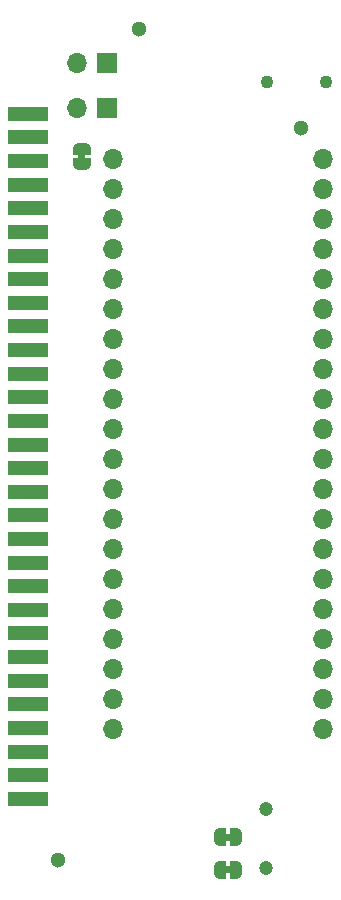
<source format=gbr>
%TF.GenerationSoftware,KiCad,Pcbnew,7.0.7*%
%TF.CreationDate,2023-08-23T23:10:22-06:00*%
%TF.ProjectId,PicoGUS Hand386,5069636f-4755-4532-9048-616e64333836,rev?*%
%TF.SameCoordinates,Original*%
%TF.FileFunction,Soldermask,Bot*%
%TF.FilePolarity,Negative*%
%FSLAX46Y46*%
G04 Gerber Fmt 4.6, Leading zero omitted, Abs format (unit mm)*
G04 Created by KiCad (PCBNEW 7.0.7) date 2023-08-23 23:10:22*
%MOMM*%
%LPD*%
G01*
G04 APERTURE LIST*
G04 Aperture macros list*
%AMFreePoly0*
4,1,19,0.500000,-0.750000,0.000000,-0.750000,0.000000,-0.744911,-0.071157,-0.744911,-0.207708,-0.704816,-0.327430,-0.627875,-0.420627,-0.520320,-0.479746,-0.390866,-0.500000,-0.250000,-0.500000,0.250000,-0.479746,0.390866,-0.420627,0.520320,-0.327430,0.627875,-0.207708,0.704816,-0.071157,0.744911,0.000000,0.744911,0.000000,0.750000,0.500000,0.750000,0.500000,-0.750000,0.500000,-0.750000,
$1*%
%AMFreePoly1*
4,1,19,0.000000,0.744911,0.071157,0.744911,0.207708,0.704816,0.327430,0.627875,0.420627,0.520320,0.479746,0.390866,0.500000,0.250000,0.500000,-0.250000,0.479746,-0.390866,0.420627,-0.520320,0.327430,-0.627875,0.207708,-0.704816,0.071157,-0.744911,0.000000,-0.744911,0.000000,-0.750000,-0.500000,-0.750000,-0.500000,0.750000,0.000000,0.750000,0.000000,0.744911,0.000000,0.744911,
$1*%
G04 Aperture macros list end*
%ADD10C,1.300000*%
%ADD11R,1.700000X1.700000*%
%ADD12O,1.700000X1.700000*%
%ADD13R,3.350000X1.250000*%
%ADD14C,1.100000*%
%ADD15C,1.200000*%
%ADD16FreePoly0,180.000000*%
%ADD17FreePoly1,180.000000*%
%ADD18FreePoly0,90.000000*%
%ADD19FreePoly1,90.000000*%
G04 APERTURE END LIST*
%TO.C,JP2*%
G36*
X135200000Y-128050000D02*
G01*
X134700000Y-128050000D01*
X134700000Y-127450000D01*
X135200000Y-127450000D01*
X135200000Y-128050000D01*
G37*
%TO.C,JP4*%
G36*
X122900000Y-70300000D02*
G01*
X122300000Y-70300000D01*
X122300000Y-69800000D01*
X122900000Y-69800000D01*
X122900000Y-70300000D01*
G37*
%TO.C,JP3*%
G36*
X135200000Y-130800000D02*
G01*
X134700000Y-130800000D01*
X134700000Y-130200000D01*
X135200000Y-130200000D01*
X135200000Y-130800000D01*
G37*
%TD*%
D10*
%TO.C,JLCTOOLING3*%
X141200000Y-67700000D03*
%TD*%
D11*
%TO.C,J6*%
X124714000Y-66040000D03*
D12*
X122174000Y-66040000D03*
%TD*%
D11*
%TO.C,JP1*%
X124719000Y-62230000D03*
D12*
X122179000Y-62230000D03*
%TD*%
D10*
%TO.C,JLCTOOLING1*%
X120600000Y-129700000D03*
%TD*%
D13*
%TO.C,J3*%
X118058000Y-66500000D03*
X118058000Y-68500000D03*
X118058000Y-70500000D03*
X118058000Y-72500000D03*
X118058000Y-74500000D03*
X118058000Y-76500000D03*
X118058000Y-78500000D03*
X118058000Y-80500000D03*
X118058000Y-82500000D03*
X118058000Y-84500000D03*
X118058000Y-86500000D03*
X118058000Y-88500000D03*
X118058000Y-90500000D03*
X118058000Y-92500000D03*
X118058000Y-94500000D03*
X118058000Y-96500000D03*
X118058000Y-98500000D03*
X118058000Y-100500000D03*
X118058000Y-102500000D03*
X118058000Y-104500000D03*
X118058000Y-106500000D03*
X118058000Y-108500000D03*
X118058000Y-110500000D03*
X118058000Y-112500000D03*
X118058000Y-114500000D03*
X118058000Y-116500000D03*
X118058000Y-118500000D03*
X118058000Y-120500000D03*
X118058000Y-122500000D03*
X118058000Y-124500000D03*
%TD*%
D14*
%TO.C,J5*%
X143275000Y-63800000D03*
X138275000Y-63800000D03*
%TD*%
D10*
%TO.C,JLCTOOLING2*%
X127500000Y-59300000D03*
%TD*%
D12*
%TO.C,U1*%
X125290500Y-70358000D03*
X125290500Y-72898000D03*
X125290500Y-75438000D03*
X125290500Y-77978000D03*
X125290500Y-80518000D03*
X125290500Y-83058000D03*
X125290500Y-85598000D03*
X125290500Y-88138000D03*
X125290500Y-90678000D03*
X125290500Y-93218000D03*
X125290500Y-95758000D03*
X125290500Y-98298000D03*
X125290500Y-100838000D03*
X125290500Y-103378000D03*
X125290500Y-105918000D03*
X125290500Y-108458000D03*
X125290500Y-110998000D03*
X125290500Y-113538000D03*
X125290500Y-116078000D03*
X125290500Y-118618000D03*
X143070500Y-118618000D03*
X143070500Y-116078000D03*
X143070500Y-113538000D03*
X143070500Y-110998000D03*
X143070500Y-108458000D03*
X143070500Y-105918000D03*
X143070500Y-103378000D03*
X143070500Y-100838000D03*
X143070500Y-98298000D03*
X143070500Y-95758000D03*
X143070500Y-93218000D03*
X143070500Y-90678000D03*
X143070500Y-88138000D03*
X143070500Y-85598000D03*
X143070500Y-83058000D03*
X143070500Y-80518000D03*
X143070500Y-77978000D03*
X143070500Y-75438000D03*
X143070500Y-72898000D03*
X143070500Y-70358000D03*
%TD*%
D15*
%TO.C,J1*%
X138245000Y-125389000D03*
X138245000Y-130389000D03*
%TD*%
D16*
%TO.C,JP2*%
X135650000Y-127750000D03*
D17*
X134350000Y-127750000D03*
%TD*%
D18*
%TO.C,JP4*%
X122600000Y-70750000D03*
D19*
X122600000Y-69450000D03*
%TD*%
D16*
%TO.C,JP3*%
X135650000Y-130500000D03*
D17*
X134350000Y-130500000D03*
%TD*%
M02*

</source>
